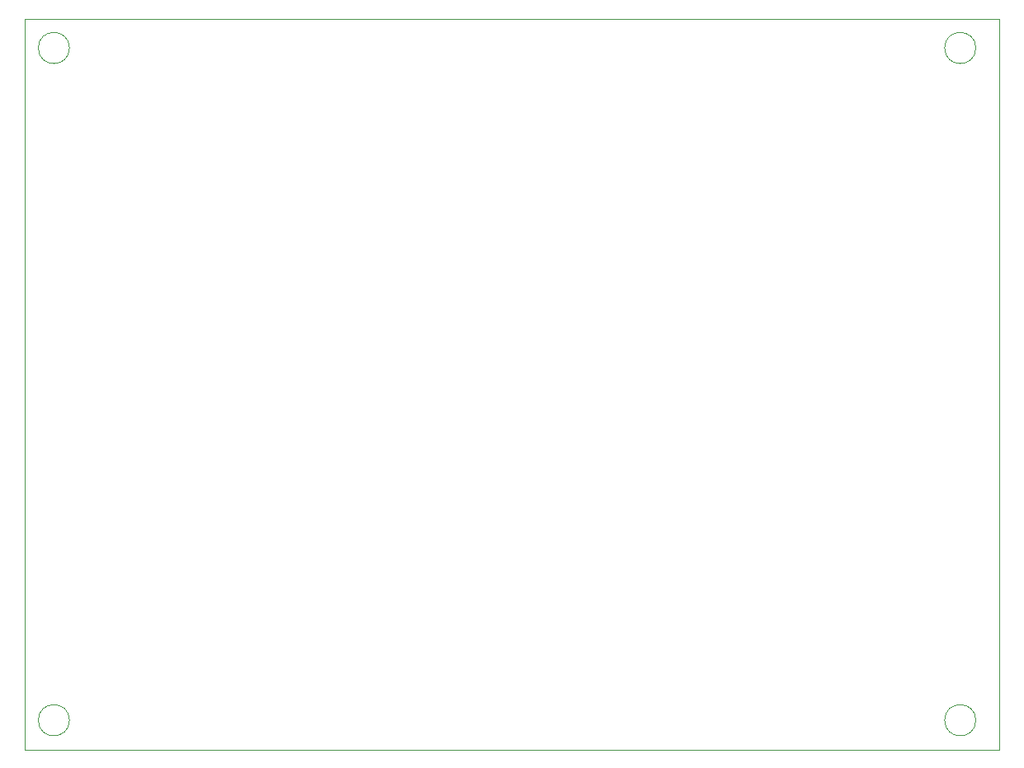
<source format=gm1>
%TF.GenerationSoftware,KiCad,Pcbnew,8.0.8*%
%TF.CreationDate,2025-06-29T12:52:18+09:00*%
%TF.ProjectId,VCFSeparate,56434653-6570-4617-9261-74652e6b6963,rev?*%
%TF.SameCoordinates,Original*%
%TF.FileFunction,Profile,NP*%
%FSLAX46Y46*%
G04 Gerber Fmt 4.6, Leading zero omitted, Abs format (unit mm)*
G04 Created by KiCad (PCBNEW 8.0.8) date 2025-06-29 12:52:18*
%MOMM*%
%LPD*%
G01*
G04 APERTURE LIST*
%TA.AperFunction,Profile*%
%ADD10C,0.050000*%
%TD*%
G04 APERTURE END LIST*
D10*
X152600000Y-22000000D02*
G75*
G02*
X149400000Y-22000000I-1600000J0D01*
G01*
X149400000Y-22000000D02*
G75*
G02*
X152600000Y-22000000I1600000J0D01*
G01*
X152600000Y-91000000D02*
G75*
G02*
X149400000Y-91000000I-1600000J0D01*
G01*
X149400000Y-91000000D02*
G75*
G02*
X152600000Y-91000000I1600000J0D01*
G01*
X55000000Y-19000000D02*
X155000000Y-19000000D01*
X155000000Y-94000000D01*
X55000000Y-94000000D01*
X55000000Y-19000000D01*
X59600000Y-91000000D02*
G75*
G02*
X56400000Y-91000000I-1600000J0D01*
G01*
X56400000Y-91000000D02*
G75*
G02*
X59600000Y-91000000I1600000J0D01*
G01*
X59600000Y-22000000D02*
G75*
G02*
X56400000Y-22000000I-1600000J0D01*
G01*
X56400000Y-22000000D02*
G75*
G02*
X59600000Y-22000000I1600000J0D01*
G01*
M02*

</source>
